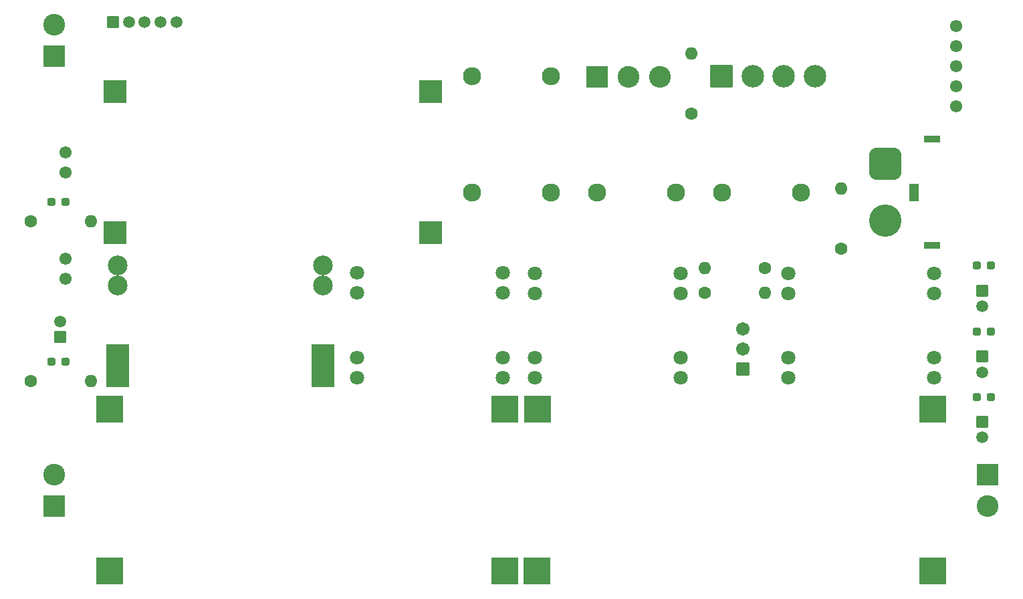
<source format=gbr>
%TF.GenerationSoftware,KiCad,Pcbnew,7.0.11-7.0.11~ubuntu22.04.1*%
%TF.CreationDate,2024-10-18T17:24:44+02:00*%
%TF.ProjectId,PowerBoard-Elec,506f7765-7242-46f6-9172-642d456c6563,rev?*%
%TF.SameCoordinates,Original*%
%TF.FileFunction,Soldermask,Top*%
%TF.FilePolarity,Negative*%
%FSLAX46Y46*%
G04 Gerber Fmt 4.6, Leading zero omitted, Abs format (unit mm)*
G04 Created by KiCad (PCBNEW 7.0.11-7.0.11~ubuntu22.04.1) date 2024-10-18 17:24:44*
%MOMM*%
%LPD*%
G01*
G04 APERTURE LIST*
G04 Aperture macros list*
%AMRoundRect*
0 Rectangle with rounded corners*
0 $1 Rounding radius*
0 $2 $3 $4 $5 $6 $7 $8 $9 X,Y pos of 4 corners*
0 Add a 4 corners polygon primitive as box body*
4,1,4,$2,$3,$4,$5,$6,$7,$8,$9,$2,$3,0*
0 Add four circle primitives for the rounded corners*
1,1,$1+$1,$2,$3*
1,1,$1+$1,$4,$5*
1,1,$1+$1,$6,$7*
1,1,$1+$1,$8,$9*
0 Add four rect primitives between the rounded corners*
20,1,$1+$1,$2,$3,$4,$5,0*
20,1,$1+$1,$4,$5,$6,$7,0*
20,1,$1+$1,$6,$7,$8,$9,0*
20,1,$1+$1,$8,$9,$2,$3,0*%
G04 Aperture macros list end*
%ADD10R,3.000000X3.000000*%
%ADD11C,2.300000*%
%ADD12C,1.800000*%
%ADD13RoundRect,0.102000X0.750000X-0.750000X0.750000X0.750000X-0.750000X0.750000X-0.750000X-0.750000X0*%
%ADD14C,1.704000*%
%ADD15R,3.450000X3.480000*%
%ADD16R,3.430000X3.450000*%
%ADD17R,3.440000X3.440000*%
%ADD18R,3.430000X3.410000*%
%ADD19C,1.600000*%
%ADD20O,1.600000X1.600000*%
%ADD21RoundRect,0.102000X0.654000X-0.654000X0.654000X0.654000X-0.654000X0.654000X-0.654000X-0.654000X0*%
%ADD22C,1.512000*%
%ADD23C,1.549400*%
%ADD24C,2.754000*%
%ADD25RoundRect,0.102000X-1.275000X1.275000X-1.275000X-1.275000X1.275000X-1.275000X1.275000X1.275000X0*%
%ADD26RoundRect,0.102000X1.275000X-1.275000X1.275000X1.275000X-1.275000X1.275000X-1.275000X-1.275000X0*%
%ADD27RoundRect,0.102000X-1.320000X-1.320000X1.320000X-1.320000X1.320000X1.320000X-1.320000X1.320000X0*%
%ADD28C,2.844000*%
%ADD29RoundRect,0.237500X-0.287500X-0.237500X0.287500X-0.237500X0.287500X0.237500X-0.287500X0.237500X0*%
%ADD30RoundRect,0.102000X-1.275000X-1.275000X1.275000X-1.275000X1.275000X1.275000X-1.275000X1.275000X0*%
%ADD31RoundRect,0.237500X0.287500X0.237500X-0.287500X0.237500X-0.287500X-0.237500X0.287500X-0.237500X0*%
%ADD32RoundRect,0.102000X-0.654000X0.654000X-0.654000X-0.654000X0.654000X-0.654000X0.654000X0.654000X0*%
%ADD33R,2.000000X0.900000*%
%ADD34RoundRect,1.025000X-1.025000X1.025000X-1.025000X-1.025000X1.025000X-1.025000X1.025000X1.025000X0*%
%ADD35C,4.100000*%
%ADD36R,1.300000X2.300000*%
%ADD37RoundRect,0.102000X0.654000X0.654000X-0.654000X0.654000X-0.654000X-0.654000X0.654000X-0.654000X0*%
%ADD38C,2.500000*%
G04 APERTURE END LIST*
D10*
%TO.C,U4*%
X93464854Y-50150000D03*
X93464949Y-32350000D03*
X53464949Y-50150000D03*
X53464949Y-32350000D03*
%TD*%
D11*
%TO.C,F7*%
X108680000Y-45070000D03*
X98680000Y-45070000D03*
%TD*%
D12*
%TO.C,U14*%
X102582000Y-57836465D03*
X102582000Y-55301465D03*
X102582000Y-68511465D03*
X102582000Y-65971465D03*
X84132000Y-57841465D03*
X84131000Y-55301465D03*
X84132000Y-65971465D03*
X84130000Y-68511465D03*
%TD*%
D13*
%TO.C,PS1*%
X132950000Y-67434999D03*
D14*
X132950000Y-64894999D03*
X132950000Y-62354999D03*
%TD*%
D15*
%TO.C,U3*%
X106935066Y-72549797D03*
D16*
X106915066Y-93044797D03*
D17*
X157010066Y-72539797D03*
D18*
X157005066Y-93034797D03*
%TD*%
D19*
%TO.C,R7*%
X126430000Y-35070000D03*
D20*
X126430000Y-27450000D03*
%TD*%
D11*
%TO.C,F8*%
X140340000Y-45070000D03*
X130340000Y-45070000D03*
%TD*%
D19*
%TO.C,R3*%
X145430000Y-52190000D03*
D20*
X145430000Y-44570000D03*
%TD*%
D21*
%TO.C,U16*%
X163262500Y-65865202D03*
D22*
X163262500Y-67865202D03*
%TD*%
D23*
%TO.C,U7*%
X159944268Y-24028000D03*
X159944268Y-26568000D03*
X159944268Y-29108000D03*
X159944268Y-31650000D03*
X159944268Y-34188000D03*
%TD*%
D19*
%TO.C,R5*%
X42789000Y-48770000D03*
D20*
X50409000Y-48770000D03*
%TD*%
D19*
%TO.C,R1*%
X135760000Y-54640000D03*
D20*
X128140000Y-54640000D03*
%TD*%
D19*
%TO.C,R2*%
X128140000Y-57800000D03*
D20*
X135760000Y-57800000D03*
%TD*%
D12*
%TO.C,U9*%
X106650000Y-66003805D03*
X106650000Y-68538805D03*
X106650000Y-55328805D03*
X106650000Y-57868805D03*
X125100000Y-65998805D03*
X125101000Y-68538805D03*
X125100000Y-57868805D03*
X125102000Y-55328805D03*
%TD*%
D11*
%TO.C,F2*%
X124480000Y-45070000D03*
X114480000Y-45070000D03*
%TD*%
D24*
%TO.C,U12*%
X163962500Y-84769898D03*
D25*
X163962500Y-80809898D03*
%TD*%
D26*
%TO.C,U13*%
X45788500Y-84769898D03*
D24*
X45788500Y-80809898D03*
%TD*%
D23*
%TO.C,J5*%
X47235799Y-56010000D03*
X47235799Y-53510000D03*
%TD*%
D15*
%TO.C,U10*%
X102824934Y-93030000D03*
D16*
X102844934Y-72535000D03*
D17*
X52749934Y-93040000D03*
D18*
X52754934Y-72545000D03*
%TD*%
D27*
%TO.C,J2*%
X130250000Y-30350000D03*
D28*
X134210000Y-30350000D03*
X138170000Y-30350000D03*
X142130000Y-30350000D03*
%TD*%
D29*
%TO.C,Switch2*%
X45410200Y-46280000D03*
X47160200Y-46280000D03*
%TD*%
D21*
%TO.C,U15*%
X163262500Y-57535202D03*
D22*
X163262500Y-59535202D03*
%TD*%
D21*
%TO.C,U17*%
X163262500Y-74110000D03*
D22*
X163262500Y-76110000D03*
%TD*%
D30*
%TO.C,U6*%
X114541500Y-30438500D03*
D24*
X118501500Y-30438500D03*
X122461500Y-30438500D03*
%TD*%
D29*
%TO.C,Switch5*%
X45410200Y-66500000D03*
X47160200Y-66500000D03*
%TD*%
D31*
%TO.C,Switch1*%
X164392500Y-54360000D03*
X162642500Y-54360000D03*
%TD*%
D22*
%TO.C,U18*%
X46540200Y-61410000D03*
D32*
X46540200Y-63410000D03*
%TD*%
D23*
%TO.C,J3*%
X47235799Y-42520155D03*
X47235799Y-40020155D03*
%TD*%
D33*
%TO.C,J1*%
X156970000Y-38320000D03*
X156970000Y-51820000D03*
D34*
X150970000Y-41470000D03*
D35*
X150970000Y-48670000D03*
D36*
X154620000Y-45070000D03*
%TD*%
D31*
%TO.C,Switch3*%
X164392500Y-62725202D03*
X162642500Y-62725202D03*
%TD*%
D37*
%TO.C,J4*%
X53230000Y-23501000D03*
D22*
X55230000Y-23501000D03*
X57230000Y-23501000D03*
X59230000Y-23501000D03*
X61230000Y-23501000D03*
%TD*%
D19*
%TO.C,R6*%
X42789000Y-68950000D03*
D20*
X50409000Y-68950000D03*
%TD*%
D10*
%TO.C,U11*%
X79820000Y-68320000D03*
X79820000Y-65780000D03*
D38*
X79820000Y-56860000D03*
X79820000Y-54320000D03*
D10*
X53820000Y-68320000D03*
X53820000Y-65780000D03*
D38*
X53820000Y-56860000D03*
X53820000Y-54320000D03*
%TD*%
D26*
%TO.C,U8*%
X45788500Y-27819500D03*
D24*
X45788500Y-23859500D03*
%TD*%
D11*
%TO.C,F1*%
X108680000Y-30360000D03*
X98680000Y-30360000D03*
%TD*%
D12*
%TO.C,U1*%
X138760000Y-66003805D03*
X138760000Y-68538805D03*
X138760000Y-55328805D03*
X138760000Y-57868805D03*
X157210000Y-65998805D03*
X157211000Y-68538805D03*
X157210000Y-57868805D03*
X157212000Y-55328805D03*
%TD*%
D31*
%TO.C,Switch7*%
X164392500Y-70995202D03*
X162642500Y-70995202D03*
%TD*%
M02*

</source>
